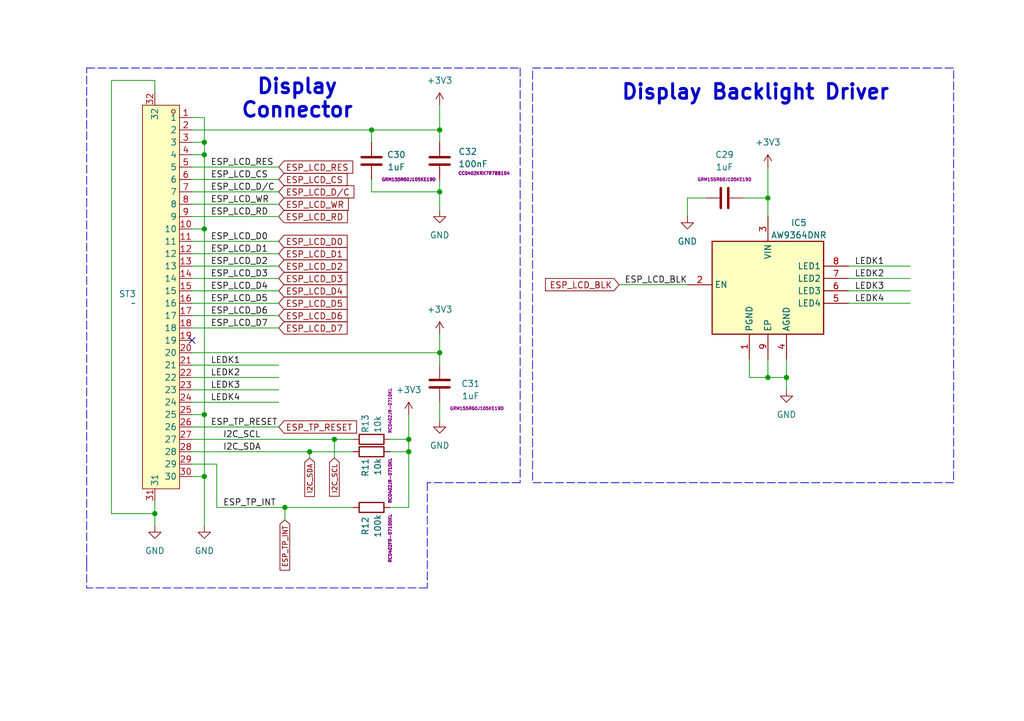
<source format=kicad_sch>
(kicad_sch (version 20250114) (generator "eeschema") (generator_version "9.0")
  (paper "A5")
  (lib_symbols
    (symbol "AW9364DNR:AW9364DNR"
      (symbol "AW9364DNR_1_1"
        (rectangle (start -11.43 10.16) (end 11.43 -8.89) (stroke (width 0.254)) (fill (type background)))
        (pin passive line (at -16.51 1.27 0) (length 5.08) (name "EN") (number "2"))
        (pin power_in line (at -3.81 -13.97 90) (length 5.08) (name "PGND") (number "1"))
        (pin power_in line (at 0 15.24 270) (length 5.08) (name "VIN") (number "3"))
        (pin power_in line (at 0 -13.97 90) (length 5.08) (name "EP") (number "9"))
        (pin power_in line (at 3.81 -13.97 90) (length 5.08) (name "AGND") (number "4"))
        (pin passive line (at 16.51 5.08 180) (length 5.08) (name "LED1") (number "8"))
        (pin passive line (at 16.51 2.54 180) (length 5.08) (name "LED2") (number "7"))
        (pin passive line (at 16.51 0 180) (length 5.08) (name "LED3") (number "6"))
        (pin passive line (at 16.51 -2.54 180) (length 5.08) (name "LED4") (number "5"))
      )
    )
    (symbol "KH-CL0.5-H2.0-30PIN:KH-CL0.5-H2.0-30PIN"
      (property "Reference" "ST" (at 12.954 0 0))
      (symbol "KH-CL0.5-H2.0-30PIN_1_0"
        (rectangle (start 17.78 40.64) (end 25.4 -38.1) (fill (type background)))
        (circle (center 24.13 39.37) (radius 0.381))
        (pin input line (at 20.32 43.18 270) (length 2.54) (name "32") (number "32"))
        (pin input line (at 20.32 -40.64 90) (length 2.54) (name "31") (number "31"))
        (pin input line (at 27.94 38.1 180) (length 2.54) (name "1") (number "1"))
        (pin input line (at 27.94 35.56 180) (length 2.54) (name "2") (number "2"))
        (pin input line (at 27.94 33.02 180) (length 2.54) (name "3") (number "3"))
        (pin input line (at 27.94 30.48 180) (length 2.54) (name "4") (number "4"))
        (pin input line (at 27.94 27.94 180) (length 2.54) (name "5") (number "5"))
        (pin input line (at 27.94 25.4 180) (length 2.54) (name "6") (number "6"))
        (pin input line (at 27.94 22.86 180) (length 2.54) (name "7") (number "7"))
        (pin input line (at 27.94 20.32 180) (length 2.54) (name "8") (number "8"))
        (pin input line (at 27.94 17.78 180) (length 2.54) (name "9") (number "9"))
        (pin input line (at 27.94 15.24 180) (length 2.54) (name "10") (number "10"))
        (pin input line (at 27.94 12.7 180) (length 2.54) (name "11") (number "11"))
        (pin input line (at 27.94 10.16 180) (length 2.54) (name "12") (number "12"))
        (pin input line (at 27.94 7.62 180) (length 2.54) (name "13") (number "13"))
        (pin input line (at 27.94 5.08 180) (length 2.54) (name "14") (number "14"))
        (pin input line (at 27.94 2.54 180) (length 2.54) (name "15") (number "15"))
        (pin input line (at 27.94 0 180) (length 2.54) (name "16") (number "16"))
        (pin input line (at 27.94 -2.54 180) (length 2.54) (name "17") (number "17"))
        (pin input line (at 27.94 -5.08 180) (length 2.54) (name "18") (number "18"))
        (pin input line (at 27.94 -7.62 180) (length 2.54) (name "19") (number "19"))
        (pin input line (at 27.94 -10.16 180) (length 2.54) (name "20") (number "20"))
        (pin input line (at 27.94 -12.7 180) (length 2.54) (name "21") (number "21"))
        (pin input line (at 27.94 -15.24 180) (length 2.54) (name "22") (number "22"))
        (pin input line (at 27.94 -17.78 180) (length 2.54) (name "23") (number "23"))
        (pin input line (at 27.94 -20.32 180) (length 2.54) (name "24") (number "24"))
        (pin input line (at 27.94 -22.86 180) (length 2.54) (name "25") (number "25"))
        (pin input line (at 27.94 -25.4 180) (length 2.54) (name "26") (number "26"))
        (pin input line (at 27.94 -27.94 180) (length 2.54) (name "27") (number "27"))
        (pin input line (at 27.94 -30.48 180) (length 2.54) (name "28") (number "28"))
        (pin input line (at 27.94 -33.02 180) (length 2.54) (name "29") (number "29"))
        (pin input line (at 27.94 -35.56 180) (length 2.54) (name "30") (number "30"))
      )
    )
    (symbol "Project Capacitors:CC0402KRX7R7BB104" (pin_numbers (hide yes)) (pin_names (offset 0.254))
      (property "Reference" "C" (at 0.635 2.54 0))
      (property "Value" "100nF" (at 0.635 -2.54 0))
      (property "Footprint Name" "CC0402KRX7R7BB104" (at 6.35 -4.318 0))
      (symbol "CC0402KRX7R7BB104_0_1"
        (polyline (pts (xy -2.032 0.762) (xy 2.032 0.762)) (stroke (width 0.508)))
        (polyline (pts (xy -2.032 -0.762) (xy 2.032 -0.762)) (stroke (width 0.508)))
      )
      (symbol "CC0402KRX7R7BB104_1_1"
        (pin passive line (at 0 3.81 270) (length 2.794) (name "~") (number "1"))
        (pin passive line (at 0 -3.81 90) (length 2.794) (name "~") (number "2"))
      )
    )
    (symbol "Project Capacitors:GRM155R60J105KE19D" (pin_numbers (hide yes)) (pin_names (offset 0.254))
      (property "Reference" "C" (at 0.635 2.54 0))
      (property "Value" "1uF" (at 0.635 -2.54 0))
      (property "Footprint Name" "GRM155R60J105KE19D" (at 6.35 -4.318 0))
      (symbol "GRM155R60J105KE19D_0_1"
        (polyline (pts (xy -2.032 0.762) (xy 2.032 0.762)) (stroke (width 0.508)))
        (polyline (pts (xy -2.032 -0.762) (xy 2.032 -0.762)) (stroke (width 0.508)))
      )
      (symbol "GRM155R60J105KE19D_1_1"
        (pin passive line (at 0 3.81 270) (length 2.794) (name "~") (number "1"))
        (pin passive line (at 0 -3.81 90) (length 2.794) (name "~") (number "2"))
      )
    )
    (symbol "Project_Resistors:RC0402FR-07100KL" (pin_numbers (hide yes)) (pin_names (offset 0))
      (property "Reference" "R" (at -0.508 2.286 0))
      (property "Value" "100k" (at 0 -2.54 0))
      (property "Footprint Name" "RC0402FR-07100KL" (at -0.254 -4.318 0))
      (symbol "RC0402FR-07100KL_0_1"
        (rectangle (start 2.54 1.016) (end -2.54 -1.016) (stroke (width 0.254)))
      )
      (symbol "RC0402FR-07100KL_1_1"
        (pin passive line (at -3.81 0 0) (length 1.27) (name "~") (number "1"))
        (pin passive line (at 3.81 0 180) (length 1.27) (name "~") (number "2"))
      )
    )
    (symbol "Project_Resistors:RC0402JR-0710KL" (pin_numbers (hide yes)) (pin_names (offset 0))
      (property "Reference" "R" (at 2.032 0 90))
      (property "Value" "10k" (at 0 0 90))
      (property "Footprint Name" "RC0402JR-0710KL" (at 4.064 0.254 90))
      (symbol "RC0402JR-0710KL_0_1"
        (rectangle (start -1.016 -2.54) (end 1.016 2.54) (stroke (width 0.254)))
      )
      (symbol "RC0402JR-0710KL_1_1"
        (pin passive line (at 0 3.81 270) (length 1.27) (name "~") (number "1"))
        (pin passive line (at 0 -3.81 90) (length 1.27) (name "~") (number "2"))
      )
    )
    (symbol "power:+3V3" (power) (pin_numbers (hide yes)) (pin_names (offset 0) (hide yes))
      (property "Value" "+3V3" (at 0 3.556 0))
      (symbol "+3V3_0_1"
        (polyline (pts (xy -0.762 1.27) (xy 0 2.54)))
        (polyline (pts (xy 0 2.54) (xy 0.762 1.27)))
        (polyline (pts (xy 0 0) (xy 0 2.54)))
      )
      (symbol "+3V3_1_1"
        (pin power_in line (at 0 0 90) (length 0) (name "~") (number "1"))
      )
    )
    (symbol "power:GND" (power) (pin_numbers (hide yes)) (pin_names (offset 0) (hide yes))
      (property "Value" "GND" (at 0 -3.81 0))
      (symbol "GND_0_1"
        (polyline (pts (xy 0 0) (xy 0 -1.27) (xy 1.27 -1.27) (xy 0 -2.54) (xy -1.27 -1.27) (xy 0 -1.27)))
      )
      (symbol "GND_1_1"
        (pin power_in line (at 0 0 270) (length 0) (name "~") (number "1"))
      )
    )
  )
  (rectangle (start 109.22 13.97) (end 195.58 99.06) (stroke (width 0) (type dash)))
  (text "Display Backlight Driver" (at 154.94 19.05 0) (effects (font (size 3 3) (thickness 0.6) (bold yes))))
  (text "Display\nConnector" (at 60.96 20.32 0) (effects (font (size 3 3) (thickness 0.6) (bold yes))))
  (junction (at 90.17 72.39))
  (junction (at 41.91 97.79))
  (junction (at 58.42 104.14))
  (junction (at 83.82 92.71))
  (junction (at 41.91 29.21))
  (junction (at 63.5 92.71))
  (junction (at 31.75 105.41))
  (junction (at 157.48 77.47))
  (junction (at 41.91 31.75))
  (junction (at 76.2 26.67))
  (junction (at 161.29 77.47))
  (junction (at 41.91 46.99))
  (junction (at 157.48 40.64))
  (junction (at 90.17 26.67))
  (junction (at 83.82 90.17))
  (junction (at 68.58 90.17))
  (junction (at 41.91 85.09))
  (junction (at 90.17 39.37))
  (no_connect (at 39.37 69.85))
  (wire (pts (xy 39.37 92.71) (xy 63.5 92.71)))
  (wire (pts (xy 153.67 73.66) (xy 153.67 77.47)))
  (wire (pts (xy 31.75 19.05) (xy 31.75 16.51)))
  (wire (pts (xy 39.37 95.25) (xy 44.45 95.25)))
  (wire (pts (xy 41.91 29.21) (xy 41.91 31.75)))
  (wire (pts (xy 41.91 31.75) (xy 41.91 46.99)))
  (wire (pts (xy 76.2 26.67) (xy 90.17 26.67)))
  (wire (pts (xy 39.37 64.77) (xy 57.15 64.77)))
  (wire (pts (xy 39.37 59.69) (xy 57.15 59.69)))
  (wire (pts (xy 90.17 72.39) (xy 90.17 74.93)))
  (wire (pts (xy 39.37 74.93) (xy 57.15 74.93)))
  (polyline (pts (xy 17.78 115.57) (xy 17.78 120.65)) (stroke (width 0) (type dash)))
  (wire (pts (xy 39.37 57.15) (xy 57.15 57.15)))
  (wire (pts (xy 39.37 82.55) (xy 57.15 82.55)))
  (wire (pts (xy 58.42 104.14) (xy 72.39 104.14)))
  (wire (pts (xy 39.37 97.79) (xy 41.91 97.79)))
  (wire (pts (xy 39.37 29.21) (xy 41.91 29.21)))
  (wire (pts (xy 90.17 72.39) (xy 90.17 68.58)))
  (wire (pts (xy 76.2 39.37) (xy 90.17 39.37)))
  (wire (pts (xy 31.75 16.51) (xy 22.86 16.51)))
  (wire (pts (xy 22.86 16.51) (xy 22.86 105.41)))
  (wire (pts (xy 153.67 77.47) (xy 157.48 77.47)))
  (wire (pts (xy 39.37 46.99) (xy 41.91 46.99)))
  (wire (pts (xy 39.37 72.39) (xy 90.17 72.39)))
  (wire (pts (xy 161.29 73.66) (xy 161.29 77.47)))
  (wire (pts (xy 80.01 92.71) (xy 83.82 92.71)))
  (polyline (pts (xy 106.68 99.06) (xy 87.63 99.06)) (stroke (width 0) (type dash)))
  (wire (pts (xy 173.99 54.61) (xy 186.69 54.61)))
  (wire (pts (xy 161.29 77.47) (xy 157.48 77.47)))
  (wire (pts (xy 39.37 67.31) (xy 57.15 67.31)))
  (wire (pts (xy 41.91 97.79) (xy 41.91 107.95)))
  (wire (pts (xy 80.01 104.14) (xy 83.82 104.14)))
  (wire (pts (xy 90.17 26.67) (xy 90.17 21.59)))
  (wire (pts (xy 83.82 90.17) (xy 83.82 85.09)))
  (wire (pts (xy 39.37 87.63) (xy 57.15 87.63)))
  (wire (pts (xy 39.37 34.29) (xy 57.15 34.29)))
  (wire (pts (xy 31.75 102.87) (xy 31.75 105.41)))
  (wire (pts (xy 173.99 62.23) (xy 186.69 62.23)))
  (wire (pts (xy 83.82 92.71) (xy 83.82 90.17)))
  (wire (pts (xy 76.2 26.67) (xy 76.2 29.21)))
  (polyline (pts (xy 17.78 115.57) (xy 17.78 13.97)) (stroke (width 0) (type dash)))
  (wire (pts (xy 173.99 57.15) (xy 186.69 57.15)))
  (wire (pts (xy 44.45 104.14) (xy 58.42 104.14)))
  (wire (pts (xy 90.17 36.83) (xy 90.17 39.37)))
  (wire (pts (xy 83.82 104.14) (xy 83.82 92.71)))
  (wire (pts (xy 127 58.42) (xy 140.97 58.42)))
  (wire (pts (xy 140.97 44.45) (xy 140.97 40.64)))
  (polyline (pts (xy 87.63 99.06) (xy 87.63 120.65)) (stroke (width 0) (type dash)))
  (wire (pts (xy 39.37 54.61) (xy 57.15 54.61)))
  (wire (pts (xy 157.48 40.64) (xy 157.48 44.45)))
  (wire (pts (xy 39.37 39.37) (xy 57.15 39.37)))
  (wire (pts (xy 22.86 105.41) (xy 31.75 105.41)))
  (wire (pts (xy 90.17 26.67) (xy 90.17 29.21)))
  (wire (pts (xy 63.5 92.71) (xy 72.39 92.71)))
  (wire (pts (xy 39.37 90.17) (xy 68.58 90.17)))
  (wire (pts (xy 39.37 31.75) (xy 41.91 31.75)))
  (wire (pts (xy 41.91 46.99) (xy 41.91 85.09)))
  (wire (pts (xy 39.37 44.45) (xy 57.15 44.45)))
  (polyline (pts (xy 87.63 120.65) (xy 17.78 120.65)) (stroke (width 0) (type dash)))
  (wire (pts (xy 63.5 92.71) (xy 63.5 93.98)))
  (wire (pts (xy 80.01 90.17) (xy 83.82 90.17)))
  (wire (pts (xy 39.37 52.07) (xy 57.15 52.07)))
  (wire (pts (xy 39.37 85.09) (xy 41.91 85.09)))
  (wire (pts (xy 90.17 82.55) (xy 90.17 86.36)))
  (wire (pts (xy 161.29 77.47) (xy 161.29 80.01)))
  (wire (pts (xy 41.91 24.13) (xy 41.91 29.21)))
  (wire (pts (xy 173.99 59.69) (xy 186.69 59.69)))
  (wire (pts (xy 68.58 90.17) (xy 72.39 90.17)))
  (polyline (pts (xy 17.78 13.97) (xy 106.68 13.97)) (stroke (width 0) (type dash)))
  (wire (pts (xy 140.97 40.64) (xy 144.78 40.64)))
  (wire (pts (xy 76.2 36.83) (xy 76.2 39.37)))
  (wire (pts (xy 44.45 95.25) (xy 44.45 104.14)))
  (wire (pts (xy 68.58 90.17) (xy 68.58 93.98)))
  (wire (pts (xy 39.37 62.23) (xy 57.15 62.23)))
  (wire (pts (xy 39.37 24.13) (xy 41.91 24.13)))
  (wire (pts (xy 31.75 105.41) (xy 31.75 107.95)))
  (wire (pts (xy 157.48 73.66) (xy 157.48 77.47)))
  (wire (pts (xy 90.17 39.37) (xy 90.17 43.18)))
  (polyline (pts (xy 106.68 13.97) (xy 106.68 99.06)) (stroke (width 0) (type dash)))
  (wire (pts (xy 39.37 77.47) (xy 57.15 77.47)))
  (wire (pts (xy 39.37 36.83) (xy 57.15 36.83)))
  (wire (pts (xy 41.91 85.09) (xy 41.91 97.79)))
  (wire (pts (xy 39.37 49.53) (xy 57.15 49.53)))
  (wire (pts (xy 39.37 80.01) (xy 57.15 80.01)))
  (wire (pts (xy 39.37 41.91) (xy 57.15 41.91)))
  (wire (pts (xy 157.48 34.29) (xy 157.48 40.64)))
  (wire (pts (xy 58.42 104.14) (xy 58.42 106.68)))
  (wire (pts (xy 152.4 40.64) (xy 157.48 40.64)))
  (wire (pts (xy 39.37 26.67) (xy 76.2 26.67)))
  (label "ESP_LCD_D6" (at 43.18 64.77 0))
  (label "ESP_LCD_D1" (at 43.18 52.07 0))
  (label "ESP_TP_RESET" (at 43.18 87.63 0))
  (label "LEDK3" (at 43.18 80.01 0))
  (label "LEDK1" (at 43.18 74.93 0))
  (label "ESP_LCD_D4" (at 43.18 59.69 0))
  (label "ESP_TP_INT" (at 45.72 104.14 0))
  (label "I2C_SCL" (at 45.72 90.17 0))
  (label "ESP_LCD_D0" (at 43.18 49.53 0))
  (label "LEDK2" (at 175.26 57.15 0))
  (label "ESP_LCD_WR" (at 43.18 41.91 0))
  (label "ESP_LCD_D{slash}C" (at 43.18 39.37 0))
  (label "LEDK4" (at 175.26 62.23 0))
  (label "ESP_LCD_D7" (at 43.18 67.31 0))
  (label "LEDK4" (at 43.18 82.55 0))
  (label "ESP_LCD_D2" (at 43.18 54.61 0))
  (label "ESP_LCD_RD" (at 43.18 44.45 0))
  (label "ESP_LCD_D5" (at 43.18 62.23 0))
  (label "I2C_SDA" (at 45.72 92.71 0))
  (label "LEDK3" (at 175.26 59.69 0))
  (label "LEDK1" (at 175.26 54.61 0))
  (label "LEDK2" (at 43.18 77.47 0))
  (label "ESP_LCD_D3" (at 43.18 57.15 0))
  (label "ESP_LCD_BLK" (at 140.97 58.42 180))
  (label "ESP_LCD_CS" (at 43.18 36.83 0))
  (label "ESP_LCD_RES" (at 43.18 34.29 0))
  (global_label "ESP_LCD_D6" (shape input) (at 57.15 64.77 0) (property "Intersheetrefs" "${INTERSHEET_REFS}" (effects (hide yes))))
  (global_label "ESP_LCD_D{slash}C" (shape input) (at 57.15 39.37 0) (property "Intersheetrefs" "${INTERSHEET_REFS}" (effects (hide yes))))
  (global_label "ESP_LCD_D1" (shape input) (at 57.15 52.07 0) (property "Intersheetrefs" "${INTERSHEET_REFS}" (effects (hide yes))))
  (global_label "ESP_TP_RESET" (shape input) (at 57.15 87.63 0) (property "Intersheetrefs" "${INTERSHEET_REFS}" (effects (hide yes))))
  (global_label "ESP_LCD_D0" (shape input) (at 57.15 49.53 0) (property "Intersheetrefs" "${INTERSHEET_REFS}" (effects (hide yes))))
  (global_label "ESP_TP_INT" (shape input) (at 58.42 106.68 270) (effects (font (size 1 1))) (property "Intersheetrefs" "${INTERSHEET_REFS}" (effects (hide yes))))
  (global_label "I2C_SDA" (shape input) (at 63.5 93.98 270) (effects (font (size 1 1))) (property "Intersheetrefs" "${INTERSHEET_REFS}" (effects (hide yes))))
  (global_label "ESP_LCD_D3" (shape input) (at 57.15 57.15 0) (property "Intersheetrefs" "${INTERSHEET_REFS}" (effects (hide yes))))
  (global_label "ESP_LCD_D5" (shape input) (at 57.15 62.23 0) (property "Intersheetrefs" "${INTERSHEET_REFS}" (effects (hide yes))))
  (global_label "ESP_LCD_WR" (shape input) (at 57.15 41.91 0) (property "Intersheetrefs" "${INTERSHEET_REFS}" (effects (hide yes))))
  (global_label "I2C_SCL" (shape input) (at 68.58 93.98 270) (effects (font (size 1 1))) (property "Intersheetrefs" "${INTERSHEET_REFS}" (effects (hide yes))))
  (global_label "ESP_LCD_RD" (shape input) (at 57.15 44.45 0) (property "Intersheetrefs" "${INTERSHEET_REFS}" (effects (hide yes))))
  (global_label "ESP_LCD_CS" (shape input) (at 57.15 36.83 0) (property "Intersheetrefs" "${INTERSHEET_REFS}" (effects (hide yes))))
  (global_label "ESP_LCD_RES" (shape input) (at 57.15 34.29 0) (property "Intersheetrefs" "${INTERSHEET_REFS}" (effects (hide yes))))
  (global_label "ESP_LCD_D2" (shape input) (at 57.15 54.61 0) (property "Intersheetrefs" "${INTERSHEET_REFS}" (effects (hide yes))))
  (global_label "ESP_LCD_D4" (shape input) (at 57.15 59.69 0) (property "Intersheetrefs" "${INTERSHEET_REFS}" (effects (hide yes))))
  (global_label "ESP_LCD_D7" (shape input) (at 57.15 67.31 0) (property "Intersheetrefs" "${INTERSHEET_REFS}" (effects (hide yes))))
  (global_label "ESP_LCD_BLK" (shape input) (at 127 58.42 180) (property "Intersheetrefs" "${INTERSHEET_REFS}" (effects (hide yes))))
  (symbol (lib_id "KH-CL0.5-H2.0-30PIN:KH-CL0.5-H2.0-30PIN") (at 11.43 62.23 0) (unit 1)
    (property "Reference" "ST3" (at 27.94 60.3249 0) (effects (justify right)))
    (property "Value" "~" (at 27.94 62.23 0) (effects (justify right)))
    (property "Footprint" "KH-CL0.5-H2.0-30PIN:KH-CL0.5-H2.0-30PIN" (effects (hide yes)))
    (property "Manufacturer Part" "KH-CL0.5-H2.0-30PIN" (effects (hide yes)))
  )
  (symbol (lib_id "power:GND") (at 90.17 86.36 0) (unit 1)
    (property "Reference" "#PWR051" (effects (hide yes)))
    (property "Value" "GND" (at 90.17 91.44 0))
    (property "Description" "Power symbol creates a global label with name \"GND\" , ground" (effects (hide yes)))
  )
  (symbol (lib_id "Project Capacitors:CC0402KRX7R7BB104") (at 90.17 33.02 0) (unit 1)
    (property "Reference" "C32" (at 93.98 31.1149 0) (effects (justify left)))
    (property "Value" "100nF" (at 93.98 33.6549 0) (effects (justify left)))
    (property "Footprint" "CC0402KRX7R7BB104:CAPC1005X55N" (effects (hide yes)))
    (property "Description" "Unpolarized capacitor" (effects (hide yes)))
    (property "Footprint Name" "CC0402KRX7R7BB104" (at 93.98 35.56 0) (effects (font (size 0.635 0.635)) (justify left)))
  )
  (symbol (lib_id "power:+3V3") (at 83.82 85.09 0) (unit 1)
    (property "Reference" "#PWR053" (effects (hide yes)))
    (property "Value" "+3V3" (at 83.82 80.01 0))
    (property "Description" "Power symbol creates a global label with name \"+3V3\"" (effects (hide yes)))
  )
  (symbol (lib_id "Project_Resistors:RC0402JR-0710KL") (at 76.2 90.17 90) (mirror x) (unit 1)
    (property "Reference" "R13" (at 74.93 88.9 0) (effects (justify right)))
    (property "Value" "10k" (at 77.47 88.9 0) (effects (justify right)))
    (property "Footprint" "RC0402JR-0710KL:RC0402JR-0710KL" (effects (hide yes)))
    (property "Description" "Resistor" (effects (hide yes)))
    (property "Footprint Name" "RC0402JR-0710KL" (at 80.01 88.9 0) (effects (font (size 0.635 0.635)) (justify right)))
  )
  (symbol (lib_id "power:GND") (at 41.91 107.95 0) (unit 1)
    (property "Reference" "#PWR049" (effects (hide yes)))
    (property "Value" "GND" (at 41.91 113.03 0))
    (property "Description" "Power symbol creates a global label with name \"GND\" , ground" (effects (hide yes)))
  )
  (symbol (lib_id "Project_Resistors:RC0402FR-07100KL") (at 76.2 104.14 0) (mirror x) (unit 1)
    (property "Reference" "R12" (at 74.93 107.95 90))
    (property "Value" "100k" (at 77.47 107.95 90))
    (property "Footprint" "RC0402FR-07100KL:RC0402FR-07100KL" (effects (hide yes)))
    (property "Description" "Resistor" (effects (hide yes)))
    (property "Footprint Name" "RC0402FR-07100KL" (at 80.01 110.49 90) (effects (font (size 0.635 0.635))))
  )
  (symbol (lib_id "power:GND") (at 31.75 107.95 0) (unit 1)
    (property "Reference" "#PWR046" (effects (hide yes)))
    (property "Value" "GND" (at 31.75 113.03 0))
    (property "Description" "Power symbol creates a global label with name \"GND\" , ground" (effects (hide yes)))
  )
  (symbol (lib_id "power:GND") (at 161.29 80.01 0) (unit 1)
    (property "Reference" "#PWR044" (effects (hide yes)))
    (property "Value" "GND" (at 161.29 85.09 0))
    (property "Description" "Power symbol creates a global label with name \"GND\" , ground" (effects (hide yes)))
  )
  (symbol (lib_id "power:+3V3") (at 157.48 34.29 0) (unit 1)
    (property "Reference" "#PWR045" (effects (hide yes)))
    (property "Value" "+3V3" (at 157.48 29.21 0))
    (property "Description" "Power symbol creates a global label with name \"+3V3\"" (effects (hide yes)))
  )
  (symbol (lib_id "Project Capacitors:GRM155R60J105KE19D") (at 148.59 40.64 270) (mirror x) (unit 1)
    (property "Reference" "C29" (at 148.59 31.75 90))
    (property "Value" "1uF" (at 148.59 34.29 90))
    (property "Footprint" "GRM155R60J105KE19D:CAPC1005X55N" (effects (hide yes)))
    (property "Description" "Unpolarized capacitor" (effects (hide yes)))
    (property "Footprint Name" "GRM155R60J105KE19D" (at 148.59 36.83 90) (effects (font (size 0.635 0.635))))
  )
  (symbol (lib_id "Project_Resistors:RC0402JR-0710KL") (at 76.2 92.71 270) (mirror x) (unit 1)
    (property "Reference" "R11" (at 74.93 93.98 0) (effects (justify right)))
    (property "Value" "10k" (at 77.47 93.98 0) (effects (justify right)))
    (property "Footprint" "RC0402JR-0710KL:RC0402JR-0710KL" (effects (hide yes)))
    (property "Description" "Resistor" (effects (hide yes)))
    (property "Footprint Name" "RC0402JR-0710KL" (at 80.01 93.98 0) (effects (font (size 0.635 0.635)) (justify right)))
  )
  (symbol (lib_id "AW9364DNR:AW9364DNR") (at 157.48 59.69 0) (unit 1)
    (property "Reference" "IC5" (at 163.83 45.72 0))
    (property "Value" "AW9364DNR" (at 163.83 48.26 0))
    (property "Footprint" "AW9364DNR:SON50P200X200X80-9N-D" (effects (hide yes)))
    (property "Datasheet" "https://datasheet.lcsc.com/szlcsc/1912111437_AWINIC-Shanghai-Awinic-Tech-AW9364DNR_C401007.pdf" (effects (hide yes)))
    (property "Description" "4-Channel 1-wire Dimming LED Driver with Ultra Low Dropout Current Source" (effects (hide yes)))
    (property "Height" "0.8" (effects (hide yes)))
    (property "Manufacturer_Name" "AWINIC" (effects (hide yes)))
    (property "Manufacturer_Part_Number" "AW9364DNR" (effects (hide yes)))
  )
  (symbol (lib_id "Project Capacitors:GRM155R60J105KE19D") (at 90.17 78.74 0) (unit 1)
    (property "Reference" "C31" (at 96.52 78.74 0))
    (property "Value" "1uF" (at 96.52 81.28 0))
    (property "Footprint" "GRM155R60J105KE19D:CAPC1005X55N" (effects (hide yes)))
    (property "Description" "Unpolarized capacitor" (effects (hide yes)))
    (property "Footprint Name" "GRM155R60J105KE19D" (at 97.79 83.82 0) (effects (font (size 0.635 0.635))))
  )
  (symbol (lib_id "power:+3V3") (at 90.17 68.58 0) (unit 1)
    (property "Reference" "#PWR052" (effects (hide yes)))
    (property "Value" "+3V3" (at 90.17 63.5 0))
    (property "Description" "Power symbol creates a global label with name \"+3V3\"" (effects (hide yes)))
  )
  (symbol (lib_id "power:GND") (at 90.17 43.18 0) (unit 1)
    (property "Reference" "#PWR050" (effects (hide yes)))
    (property "Value" "GND" (at 90.17 48.26 0))
    (property "Description" "Power symbol creates a global label with name \"GND\" , ground" (effects (hide yes)))
  )
  (symbol (lib_id "power:+3V3") (at 90.17 21.59 0) (unit 1)
    (property "Reference" "#PWR047" (effects (hide yes)))
    (property "Value" "+3V3" (at 90.17 16.51 0))
    (property "Description" "Power symbol creates a global label with name \"+3V3\"" (effects (hide yes)))
  )
  (symbol (lib_id "power:GND") (at 140.97 44.45 0) (unit 1)
    (property "Reference" "#PWR048" (effects (hide yes)))
    (property "Value" "GND" (at 140.97 49.53 0))
    (property "Description" "Power symbol creates a global label with name \"GND\" , ground" (effects (hide yes)))
  )
  (symbol (lib_id "Project Capacitors:GRM155R60J105KE19D") (at 76.2 33.02 0) (unit 1)
    (property "Reference" "C30" (at 81.28 31.75 0))
    (property "Value" "1uF" (at 81.28 34.29 0))
    (property "Footprint" "GRM155R60J105KE19D:CAPC1005X55N" (effects (hide yes)))
    (property "Description" "Unpolarized capacitor" (effects (hide yes)))
    (property "Footprint Name" "GRM155R60J105KE19D" (at 83.82 36.83 0) (effects (font (size 0.635 0.635))))
  )
)
</source>
